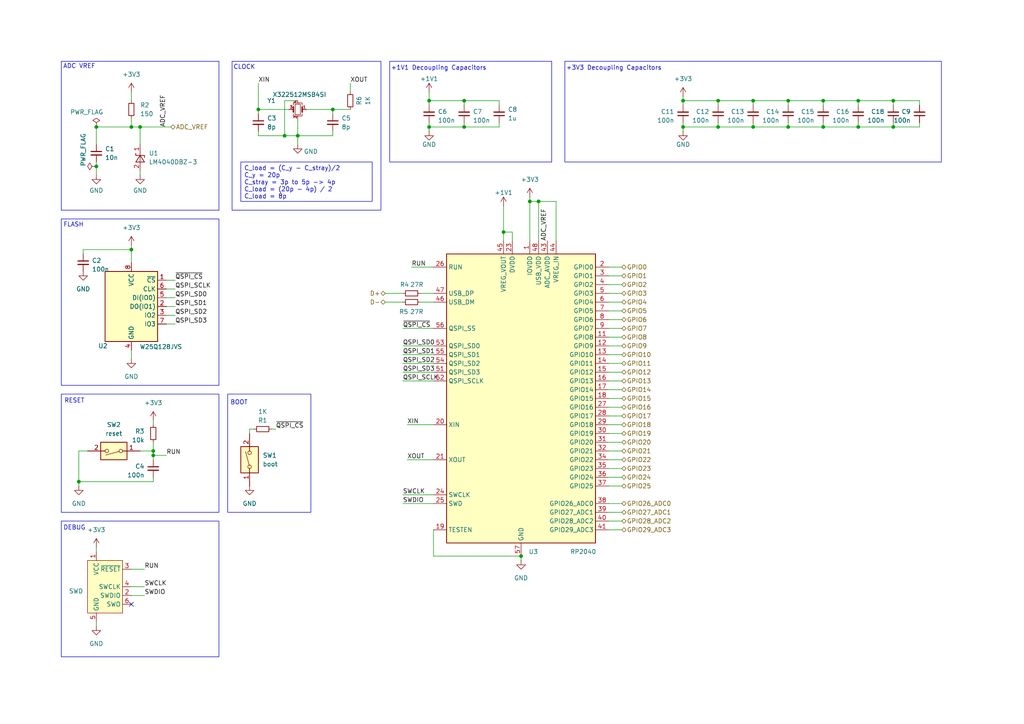
<source format=kicad_sch>
(kicad_sch (version 20241004) (generator "eeschema") (generator_version "8.99")
  (paper "A4")
  (title_block (title "Minimal RP2040") (date "2024-08-04") (rev "0.1"))
  (lib_symbols
    (symbol "Connector:Conn_ARM_SWD_TagConnect_TC2030-NL" (in_bom no)
      (property "Reference" "J" (at 2.54 11.43 0))
      (property "Value" "Conn_ARM_SWD_TagConnect_TC2030-NL" (at 2.54 8.89 0))
      (symbol "Conn_ARM_SWD_TagConnect_TC2030-NL_0_0"
        (pin power_in line (at -2.54 10.16 270) (length 2.54) (name "VCC") (number "1"))
        (pin power_in line (at -2.54 -10.16 90) (length 2.54) (name "GND") (number "5"))
        (pin open_collector line (at 7.62 5.08 180) (length 2.54) (name "~{RESET}") (number "3"))
        (pin output line (at 7.62 0 180) (length 2.54) (name "SWCLK") (number "4"))
        (pin bidirectional line (at 7.62 -2.54 180) (length 2.54) (name "SWDIO") (number "2"))
        (pin input line (at 7.62 -5.08 180) (length 2.54) (name "SWO") (number "6"))
      )
      (symbol "Conn_ARM_SWD_TagConnect_TC2030-NL_0_1"
        (rectangle (start -5.08 7.62) (end 5.08 -7.62) (fill (type background)))
      )
    )
    (symbol "Device:C_Small" (pin_numbers (hide yes)) (pin_names (offset 0.254) (hide yes))
      (property "Reference" "C" (at 0.254 1.778 0))
      (property "Value" "C_Small" (at 0.254 -2.032 0))
      (symbol "C_Small_0_1"
        (polyline (pts (xy -1.524 0.508) (xy 1.524 0.508)) (stroke (width 0.3048)))
        (polyline (pts (xy -1.524 -0.508) (xy 1.524 -0.508)) (stroke (width 0.3302)))
      )
      (symbol "C_Small_1_1"
        (pin passive line (at 0 2.54 270) (length 2.032) (name "~") (number "1"))
        (pin passive line (at 0 -2.54 90) (length 2.032) (name "~") (number "2"))
      )
    )
    (symbol "Device:Crystal_GND24_Small" (pin_names (offset 1.016) (hide yes))
      (property "Reference" "Y" (at 1.27 4.445 0))
      (property "Value" "Crystal_GND24_Small" (at 1.27 2.54 0))
      (symbol "Crystal_GND24_Small_0_1"
        (polyline (pts (xy -1.27 1.27) (xy -1.27 1.905) (xy 1.27 1.905) (xy 1.27 1.27)))
        (polyline (pts (xy -1.27 -0.762) (xy -1.27 0.762)) (stroke (width 0.381)))
        (polyline (pts (xy -1.27 -1.27) (xy -1.27 -1.905) (xy 1.27 -1.905) (xy 1.27 -1.27)))
        (rectangle (start -0.762 -1.524) (end 0.762 1.524))
        (polyline (pts (xy 1.27 -0.762) (xy 1.27 0.762)) (stroke (width 0.381)))
      )
      (symbol "Crystal_GND24_Small_1_1"
        (pin passive line (at -2.54 0 0) (length 1.27) (name "1") (number "1"))
        (pin passive line (at 0 2.54 270) (length 0.635) (name "4") (number "4"))
        (pin passive line (at 0 -2.54 90) (length 0.635) (name "2") (number "2"))
        (pin passive line (at 2.54 0 180) (length 1.27) (name "3") (number "3"))
      )
    )
    (symbol "Device:R_Small" (pin_numbers (hide yes)) (pin_names (offset 0.254) (hide yes))
      (property "Reference" "R" (at 0.762 0.508 0))
      (property "Value" "R_Small" (at 0.762 -1.016 0))
      (symbol "R_Small_0_1"
        (rectangle (start -0.762 1.778) (end 0.762 -1.778) (stroke (width 0.2032)))
      )
      (symbol "R_Small_1_1"
        (pin passive line (at 0 2.54 270) (length 0.762) (name "~") (number "1"))
        (pin passive line (at 0 -2.54 90) (length 0.762) (name "~") (number "2"))
      )
    )
    (symbol "MCU_RaspberryPi:RP2040"
      (property "Reference" "U" (at 17.78 45.72 0))
      (property "Value" "RP2040" (at 17.78 43.18 0))
      (symbol "RP2040_0_1"
        (rectangle (start -21.59 41.91) (end 21.59 -41.91) (stroke (width 0.254)) (fill (type background)))
      )
      (symbol "RP2040_1_1"
        (pin input line (at -25.4 38.1 0) (length 3.81) (name "RUN") (number "26"))
        (pin bidirectional line (at -25.4 30.48 0) (length 3.81) (name "USB_DP") (number "47"))
        (pin bidirectional line (at -25.4 27.94 0) (length 3.81) (name "USB_DM") (number "46"))
        (pin bidirectional line (at -25.4 20.32 0) (length 3.81) (name "QSPI_SS") (number "56"))
        (pin bidirectional line (at -25.4 15.24 0) (length 3.81) (name "QSPI_SD0") (number "53"))
        (pin bidirectional line (at -25.4 12.7 0) (length 3.81) (name "QSPI_SD1") (number "55"))
        (pin bidirectional line (at -25.4 10.16 0) (length 3.81) (name "QSPI_SD2") (number "54"))
        (pin bidirectional line (at -25.4 7.62 0) (length 3.81) (name "QSPI_SD3") (number "51"))
        (pin output line (at -25.4 5.08 0) (length 3.81) (name "QSPI_SCLK") (number "52"))
        (pin input line (at -25.4 -7.62 0) (length 3.81) (name "XIN") (number "20"))
        (pin passive line (at -25.4 -17.78 0) (length 3.81) (name "XOUT") (number "21"))
        (pin input line (at -25.4 -27.94 0) (length 3.81) (name "SWCLK") (number "24"))
        (pin bidirectional line (at -25.4 -30.48 0) (length 3.81) (name "SWD") (number "25"))
        (pin input line (at -25.4 -38.1 0) (length 3.81) (name "TESTEN") (number "19"))
        (pin power_out line (at -5.08 45.72 270) (length 3.81) (name "VREG_VOUT") (number "45"))
        (pin power_in line (at -2.54 45.72 270) (length 3.81) (name "DVDD") (number "23"))
        (pin passive line (at -2.54 45.72 270) (length 3.81) (hide yes) (name "DVDD") (number "50"))
        (pin power_in line (at 0 -45.72 90) (length 3.81) (name "GND") (number "57"))
        (pin power_in line (at 2.54 45.72 270) (length 3.81) (name "IOVDD") (number "1"))
        (pin passive line (at 2.54 45.72 270) (length 3.81) (hide yes) (name "IOVDD") (number "10"))
        (pin passive line (at 2.54 45.72 270) (length 3.81) (hide yes) (name "IOVDD") (number "22"))
        (pin passive line (at 2.54 45.72 270) (length 3.81) (hide yes) (name "IOVDD") (number "33"))
        (pin passive line (at 2.54 45.72 270) (length 3.81) (hide yes) (name "IOVDD") (number "42"))
        (pin passive line (at 2.54 45.72 270) (length 3.81) (hide yes) (name "IOVDD") (number "49"))
        (pin power_in line (at 5.08 45.72 270) (length 3.81) (name "USB_VDD") (number "48"))
        (pin power_in line (at 7.62 45.72 270) (length 3.81) (name "ADC_AVDD") (number "43"))
        (pin power_in line (at 10.16 45.72 270) (length 3.81) (name "VREG_IN") (number "44"))
        (pin bidirectional line (at 25.4 38.1 180) (length 3.81) (name "GPIO0") (number "2"))
        (pin bidirectional line (at 25.4 35.56 180) (length 3.81) (name "GPIO1") (number "3"))
        (pin bidirectional line (at 25.4 33.02 180) (length 3.81) (name "GPIO2") (number "4"))
        (pin bidirectional line (at 25.4 30.48 180) (length 3.81) (name "GPIO3") (number "5"))
        (pin bidirectional line (at 25.4 27.94 180) (length 3.81) (name "GPIO4") (number "6"))
        (pin bidirectional line (at 25.4 25.4 180) (length 3.81) (name "GPIO5") (number "7"))
        (pin bidirectional line (at 25.4 22.86 180) (length 3.81) (name "GPIO6") (number "8"))
        (pin bidirectional line (at 25.4 20.32 180) (length 3.81) (name "GPIO7") (number "9"))
        (pin bidirectional line (at 25.4 17.78 180) (length 3.81) (name "GPIO8") (number "11"))
        (pin bidirectional line (at 25.4 15.24 180) (length 3.81) (name "GPIO9") (number "12"))
        (pin bidirectional line (at 25.4 12.7 180) (length 3.81) (name "GPIO10") (number "13"))
        (pin bidirectional line (at 25.4 10.16 180) (length 3.81) (name "GPIO11") (number "14"))
        (pin bidirectional line (at 25.4 7.62 180) (length 3.81) (name "GPIO12") (number "15"))
        (pin bidirectional line (at 25.4 5.08 180) (length 3.81) (name "GPIO13") (number "16"))
        (pin bidirectional line (at 25.4 2.54 180) (length 3.81) (name "GPIO14") (number "17"))
        (pin bidirectional line (at 25.4 0 180) (length 3.81) (name "GPIO15") (number "18"))
        (pin bidirectional line (at 25.4 -2.54 180) (length 3.81) (name "GPIO16") (number "27"))
        (pin bidirectional line (at 25.4 -5.08 180) (length 3.81) (name "GPIO17") (number "28"))
        (pin bidirectional line (at 25.4 -7.62 180) (length 3.81) (name "GPIO18") (number "29"))
        (pin bidirectional line (at 25.4 -10.16 180) (length 3.81) (name "GPIO19") (number "30"))
        (pin bidirectional line (at 25.4 -12.7 180) (length 3.81) (name "GPIO20") (number "31"))
        (pin bidirectional line (at 25.4 -15.24 180) (length 3.81) (name "GPIO21") (number "32"))
        (pin bidirectional line (at 25.4 -17.78 180) (length 3.81) (name "GPIO22") (number "34"))
        (pin bidirectional line (at 25.4 -20.32 180) (length 3.81) (name "GPIO23") (number "35"))
        (pin bidirectional line (at 25.4 -22.86 180) (length 3.81) (name "GPIO24") (number "36"))
        (pin bidirectional line (at 25.4 -25.4 180) (length 3.81) (name "GPIO25") (number "37"))
        (pin bidirectional line (at 25.4 -30.48 180) (length 3.81) (name "GPIO26_ADC0") (number "38"))
        (pin bidirectional line (at 25.4 -33.02 180) (length 3.81) (name "GPIO27_ADC1") (number "39"))
        (pin bidirectional line (at 25.4 -35.56 180) (length 3.81) (name "GPIO28_ADC2") (number "40"))
        (pin bidirectional line (at 25.4 -38.1 180) (length 3.81) (name "GPIO29_ADC3") (number "41"))
      )
    )
    (symbol "Memory_Flash:W25Q128JVS"
      (property "Reference" "U" (at -6.35 11.43 0))
      (property "Value" "W25Q128JVS" (at 7.62 11.43 0))
      (symbol "W25Q128JVS_0_1"
        (rectangle (start -7.62 10.16) (end 7.62 -10.16) (stroke (width 0.254)) (fill (type background)))
      )
      (symbol "W25Q128JVS_1_1"
        (pin input line (at -10.16 7.62 0) (length 2.54) (name "~{CS}") (number "1"))
        (pin input line (at -10.16 5.08 0) (length 2.54) (name "CLK") (number "6"))
        (pin bidirectional line (at -10.16 2.54 0) (length 2.54) (name "DI(IO0)") (number "5"))
        (pin bidirectional line (at -10.16 0 0) (length 2.54) (name "DO(IO1)") (number "2"))
        (pin bidirectional line (at -10.16 -2.54 0) (length 2.54) (name "IO2") (number "3"))
        (pin bidirectional line (at -10.16 -5.08 0) (length 2.54) (name "IO3") (number "7"))
        (pin power_in line (at 0 12.7 270) (length 2.54) (name "VCC") (number "8"))
        (pin power_in line (at 0 -12.7 90) (length 2.54) (name "GND") (number "4"))
      )
    )
    (symbol "Reference_Voltage:LM4040DBZ-3" (pin_names (offset 0.0254) (hide yes))
      (property "Reference" "U" (at 0 2.54 0))
      (property "Value" "LM4040DBZ-3" (at 0 -3.175 0))
      (symbol "LM4040DBZ-3_0_1"
        (polyline (pts (xy -1.27 0) (xy 0 0) (xy 1.27 0)))
        (polyline (pts (xy -1.27 -1.27) (xy 0.635 0) (xy -1.27 1.27) (xy -1.27 -1.27)) (stroke (width 0.2032)))
        (polyline (pts (xy 0 -1.27) (xy 0.635 -1.27) (xy 0.635 1.27) (xy 1.27 1.27)) (stroke (width 0.2032)))
      )
      (symbol "LM4040DBZ-3_1_1"
        (pin passive line (at -3.81 0 0) (length 2.54) (name "A") (number "2"))
        (pin no_connect line (at -1.27 0 0) (length 2.54) (hide yes) (name "NC") (number "3"))
        (pin passive line (at 3.81 0 180) (length 2.54) (name "K") (number "1"))
      )
    )
    (symbol "Switch:SW_DIP_x01" (pin_names (offset 0) (hide yes))
      (property "Reference" "SW" (at 0 3.81 0))
      (property "Value" "SW_DIP_x01" (at 0 -3.81 0))
      (symbol "SW_DIP_x01_0_0"
        (circle (center -2.032 0) (radius 0.508))
        (polyline (pts (xy -1.524 0.127) (xy 2.3622 1.1684)))
        (circle (center 2.032 0) (radius 0.508))
      )
      (symbol "SW_DIP_x01_0_1"
        (rectangle (start -3.81 2.54) (end 3.81 -2.54) (stroke (width 0.254)) (fill (type background)))
      )
      (symbol "SW_DIP_x01_1_1"
        (pin passive line (at -7.62 0 0) (length 5.08) (name "~") (number "1"))
        (pin passive line (at 7.62 0 180) (length 5.08) (name "~") (number "2"))
      )
    )
    (symbol "power:+1V1" (power) (pin_numbers (hide yes)) (pin_names (offset 0) (hide yes))
      (property "Value" "+1V1" (at 0 3.556 0))
      (symbol "+1V1_0_1"
        (polyline (pts (xy -0.762 1.27) (xy 0 2.54)))
        (polyline (pts (xy 0 2.54) (xy 0.762 1.27)))
        (polyline (pts (xy 0 0) (xy 0 2.54)))
      )
      (symbol "+1V1_1_1"
        (pin power_in line (at 0 0 90) (length 0) (name "~") (number "1"))
      )
    )
    (symbol "power:+3V3" (power) (pin_numbers (hide yes)) (pin_names (offset 0) (hide yes))
      (property "Value" "+3V3" (at 0 3.556 0))
      (symbol "+3V3_0_1"
        (polyline (pts (xy -0.762 1.27) (xy 0 2.54)))
        (polyline (pts (xy 0 2.54) (xy 0.762 1.27)))
        (polyline (pts (xy 0 0) (xy 0 2.54)))
      )
      (symbol "+3V3_1_1"
        (pin power_in line (at 0 0 90) (length 0) (name "~") (number "1"))
      )
    )
    (symbol "power:GND" (power) (pin_numbers (hide yes)) (pin_names (offset 0) (hide yes))
      (property "Value" "GND" (at 0 -3.81 0))
      (symbol "GND_0_1"
        (polyline (pts (xy 0 0) (xy 0 -1.27) (xy 1.27 -1.27) (xy 0 -2.54) (xy -1.27 -1.27) (xy 0 -1.27)))
      )
      (symbol "GND_1_1"
        (pin power_in line (at 0 0 270) (length 0) (name "~") (number "1"))
      )
    )
    (symbol "power:PWR_FLAG" (power) (pin_numbers (hide yes)) (pin_names (offset 0) (hide yes))
      (property "Value" "PWR_FLAG" (at 0 3.81 0))
      (symbol "PWR_FLAG_0_0"
        (pin power_out line (at 0 0 90) (length 0) (name "~") (number "1"))
      )
      (symbol "PWR_FLAG_0_1"
        (polyline (pts (xy 0 0) (xy 0 1.27) (xy -1.016 1.905) (xy 0 2.54) (xy 1.016 1.905) (xy 0 1.27)))
      )
    )
  )
  (rectangle (start 113.03 17.78) (end 160.02 46.99))
  (rectangle (start 67.31 17.78) (end 110.49 60.96))
  (rectangle (start 66.04 114.3) (end 90.17 148.59))
  (rectangle (start 163.83 17.78) (end 273.05 46.99))
  (rectangle (start 17.78 151.13) (end 63.5 190.5))
  (rectangle (start 17.78 63.5) (end 63.5 111.76))
  (rectangle (start 17.78 114.3) (end 63.5 148.59))
  (text "FLASH" (at 21.336 65.278 0) (effects (font (size 1.27 1.27))))
  (text "DEBUG" (at 21.59 153.162 0) (effects (font (size 1.27 1.27))))
  (text "BOOT" (at 69.342 116.84 0) (effects (font (size 1.27 1.27))))
  (text "RESET" (at 21.59 116.332 0) (effects (font (size 1.27 1.27))))
  (text "CLOCK" (at 70.866 19.558 0) (effects (font (size 1.27 1.27))))
  (text "+3V3 Decoupling Capacitors" (at 178.054 19.812 0) (effects (font (size 1.27 1.27))))
  (text "ADC VREF" (at 18.288 20.066 0) (effects (font (size 1.27 1.27)) (justify left bottom)))
  (text " " (at 6.35 5.08 0) (effects (font (size 1.27 1.27))))
  (text "+1V1 Decoupling Capacitors" (at 127.254 19.812 0) (effects (font (size 1.27 1.27))))
  (text_box "C_load = (C_y - C_stray)/2\nC_y = 20p\nC_stray = 3p to 5p -> 4p\nC_load = (20p - 4p) / 2\nC_load = 8p" (at 69.85 46.99 0) (size 38.1 11.43) (margins 0.9525 0.9525 0.9525 0.9525) (effects (font (size 1.27 1.27)) (justify left top)))
  (junction (at 151.13 161.29))
  (junction (at 208.28 36.83))
  (junction (at 40.64 36.83))
  (junction (at 248.92 36.83))
  (junction (at 38.1 36.83))
  (junction (at 44.45 132.08))
  (junction (at 228.6 36.83))
  (junction (at 86.36 39.37))
  (junction (at 153.67 58.42))
  (junction (at 218.44 36.83))
  (junction (at 238.76 29.21))
  (junction (at 38.1 72.39))
  (junction (at 27.94 36.83))
  (junction (at 198.12 29.21))
  (junction (at 156.21 58.42))
  (junction (at 27.94 48.26))
  (junction (at 146.05 67.31))
  (junction (at 259.08 36.83))
  (junction (at 74.93 31.75))
  (junction (at 259.08 29.21))
  (junction (at 124.46 36.83))
  (junction (at 44.45 130.81))
  (junction (at 218.44 29.21))
  (junction (at 198.12 36.83))
  (junction (at 134.62 36.83))
  (junction (at 82.55 39.37))
  (junction (at 238.76 36.83))
  (junction (at 248.92 29.21))
  (junction (at 22.86 139.7))
  (junction (at 208.28 29.21))
  (junction (at 134.62 29.21))
  (junction (at 228.6 29.21))
  (junction (at 124.46 29.21))
  (junction (at 96.52 31.75))
  (no_connect (at 38.1 175.26))
  (wire (pts (xy 72.39 124.46) (xy 73.66 124.46)))
  (wire (pts (xy 48.26 132.08) (xy 44.45 132.08)))
  (wire (pts (xy 176.53 95.25) (xy 180.34 95.25)))
  (wire (pts (xy 38.1 170.18) (xy 41.91 170.18)))
  (wire (pts (xy 266.7 30.48) (xy 266.7 29.21)))
  (wire (pts (xy 118.11 123.19) (xy 125.73 123.19)))
  (wire (pts (xy 176.53 148.59) (xy 180.34 148.59)))
  (wire (pts (xy 134.62 29.21) (xy 134.62 30.48)))
  (wire (pts (xy 111.76 85.09) (xy 116.84 85.09)))
  (wire (pts (xy 146.05 59.69) (xy 146.05 67.31)))
  (wire (pts (xy 48.26 91.44) (xy 50.8 91.44)))
  (wire (pts (xy 208.28 29.21) (xy 208.28 30.48)))
  (wire (pts (xy 48.26 83.82) (xy 50.8 83.82)))
  (wire (pts (xy 72.39 124.46) (xy 72.39 125.73)))
  (wire (pts (xy 116.84 95.25) (xy 125.73 95.25)))
  (wire (pts (xy 134.62 29.21) (xy 144.78 29.21)))
  (polyline (pts (xy 63.5 17.78) (xy 17.78 17.78)))
  (polyline (pts (xy 17.78 17.78) (xy 17.78 60.96)))
  (wire (pts (xy 116.84 110.49) (xy 125.73 110.49)))
  (wire (pts (xy 218.44 36.83) (xy 228.6 36.83)))
  (wire (pts (xy 238.76 36.83) (xy 248.92 36.83)))
  (wire (pts (xy 101.6 31.75) (xy 96.52 31.75)))
  (wire (pts (xy 176.53 107.95) (xy 180.34 107.95)))
  (wire (pts (xy 22.86 130.81) (xy 22.86 139.7)))
  (wire (pts (xy 176.53 82.55) (xy 180.34 82.55)))
  (wire (pts (xy 86.36 39.37) (xy 86.36 41.91)))
  (wire (pts (xy 27.94 46.99) (xy 27.94 48.26)))
  (wire (pts (xy 27.94 41.91) (xy 27.94 36.83)))
  (wire (pts (xy 266.7 29.21) (xy 259.08 29.21)))
  (wire (pts (xy 176.53 123.19) (xy 180.34 123.19)))
  (wire (pts (xy 198.12 29.21) (xy 198.12 30.48)))
  (wire (pts (xy 83.82 31.75) (xy 74.93 31.75)))
  (wire (pts (xy 38.1 26.67) (xy 38.1 29.21)))
  (wire (pts (xy 176.53 128.27) (xy 180.34 128.27)))
  (wire (pts (xy 116.84 100.33) (xy 125.73 100.33)))
  (wire (pts (xy 151.13 162.56) (xy 151.13 161.29)))
  (wire (pts (xy 176.53 125.73) (xy 180.34 125.73)))
  (wire (pts (xy 124.46 29.21) (xy 134.62 29.21)))
  (wire (pts (xy 208.28 36.83) (xy 208.28 35.56)))
  (wire (pts (xy 176.53 77.47) (xy 180.34 77.47)))
  (polyline (pts (xy 63.5 60.96) (xy 63.5 17.78)))
  (wire (pts (xy 125.73 161.29) (xy 151.13 161.29)))
  (wire (pts (xy 176.53 85.09) (xy 180.34 85.09)))
  (wire (pts (xy 74.93 39.37) (xy 74.93 38.1)))
  (wire (pts (xy 228.6 36.83) (xy 228.6 35.56)))
  (wire (pts (xy 96.52 33.02) (xy 96.52 31.75)))
  (wire (pts (xy 176.53 102.87) (xy 180.34 102.87)))
  (wire (pts (xy 116.84 146.05) (xy 125.73 146.05)))
  (wire (pts (xy 48.26 81.28) (xy 50.8 81.28)))
  (wire (pts (xy 176.53 115.57) (xy 180.34 115.57)))
  (wire (pts (xy 176.53 113.03) (xy 180.34 113.03)))
  (wire (pts (xy 22.86 139.7) (xy 22.86 140.97)))
  (wire (pts (xy 44.45 139.7) (xy 22.86 139.7)))
  (wire (pts (xy 176.53 87.63) (xy 180.34 87.63)))
  (wire (pts (xy 248.92 29.21) (xy 238.76 29.21)))
  (wire (pts (xy 96.52 31.75) (xy 88.9 31.75)))
  (wire (pts (xy 218.44 29.21) (xy 208.28 29.21)))
  (wire (pts (xy 116.84 105.41) (xy 125.73 105.41)))
  (wire (pts (xy 111.76 87.63) (xy 116.84 87.63)))
  (wire (pts (xy 38.1 72.39) (xy 38.1 76.2)))
  (wire (pts (xy 153.67 57.15) (xy 153.67 58.42)))
  (wire (pts (xy 134.62 36.83) (xy 134.62 35.56)))
  (wire (pts (xy 27.94 158.75) (xy 27.94 160.02)))
  (wire (pts (xy 176.53 130.81) (xy 180.34 130.81)))
  (wire (pts (xy 134.62 36.83) (xy 144.78 36.83)))
  (wire (pts (xy 248.92 29.21) (xy 259.08 29.21)))
  (wire (pts (xy 238.76 29.21) (xy 238.76 30.48)))
  (wire (pts (xy 144.78 29.21) (xy 144.78 30.48)))
  (wire (pts (xy 176.53 138.43) (xy 180.34 138.43)))
  (wire (pts (xy 82.55 39.37) (xy 74.93 39.37)))
  (wire (pts (xy 124.46 36.83) (xy 124.46 35.56)))
  (wire (pts (xy 176.53 105.41) (xy 180.34 105.41)))
  (wire (pts (xy 44.45 132.08) (xy 44.45 133.35)))
  (wire (pts (xy 116.84 143.51) (xy 125.73 143.51)))
  (wire (pts (xy 198.12 36.83) (xy 198.12 38.1)))
  (wire (pts (xy 176.53 90.17) (xy 180.34 90.17)))
  (wire (pts (xy 259.08 36.83) (xy 266.7 36.83)))
  (wire (pts (xy 259.08 36.83) (xy 248.92 36.83)))
  (wire (pts (xy 96.52 39.37) (xy 86.36 39.37)))
  (wire (pts (xy 198.12 29.21) (xy 208.28 29.21)))
  (wire (pts (xy 44.45 121.92) (xy 44.45 123.19)))
  (wire (pts (xy 96.52 38.1) (xy 96.52 39.37)))
  (wire (pts (xy 144.78 36.83) (xy 144.78 35.56)))
  (wire (pts (xy 24.13 72.39) (xy 24.13 73.66)))
  (wire (pts (xy 238.76 36.83) (xy 228.6 36.83)))
  (wire (pts (xy 24.13 72.39) (xy 38.1 72.39)))
  (wire (pts (xy 121.92 85.09) (xy 125.73 85.09)))
  (wire (pts (xy 38.1 165.1) (xy 41.91 165.1)))
  (wire (pts (xy 218.44 29.21) (xy 228.6 29.21)))
  (wire (pts (xy 44.45 128.27) (xy 44.45 130.81)))
  (wire (pts (xy 44.45 138.43) (xy 44.45 139.7)))
  (wire (pts (xy 176.53 118.11) (xy 180.34 118.11)))
  (wire (pts (xy 124.46 36.83) (xy 134.62 36.83)))
  (wire (pts (xy 218.44 36.83) (xy 218.44 35.56)))
  (wire (pts (xy 198.12 36.83) (xy 198.12 35.56)))
  (wire (pts (xy 146.05 67.31) (xy 146.05 69.85)))
  (wire (pts (xy 218.44 29.21) (xy 218.44 30.48)))
  (wire (pts (xy 116.84 102.87) (xy 125.73 102.87)))
  (wire (pts (xy 38.1 101.6) (xy 38.1 104.14)))
  (wire (pts (xy 176.53 153.67) (xy 180.34 153.67)))
  (wire (pts (xy 124.46 29.21) (xy 124.46 30.48)))
  (polyline (pts (xy 17.78 60.96) (xy 63.5 60.96)))
  (wire (pts (xy 176.53 133.35) (xy 180.34 133.35)))
  (wire (pts (xy 22.86 130.81) (xy 25.4 130.81)))
  (wire (pts (xy 48.26 93.98) (xy 50.8 93.98)))
  (wire (pts (xy 101.6 24.13) (xy 101.6 26.67)))
  (wire (pts (xy 259.08 36.83) (xy 259.08 35.56)))
  (wire (pts (xy 218.44 36.83) (xy 208.28 36.83)))
  (wire (pts (xy 176.53 140.97) (xy 180.34 140.97)))
  (wire (pts (xy 27.94 36.83) (xy 38.1 36.83)))
  (wire (pts (xy 176.53 146.05) (xy 180.34 146.05)))
  (wire (pts (xy 228.6 29.21) (xy 228.6 30.48)))
  (wire (pts (xy 86.36 34.29) (xy 86.36 39.37)))
  (wire (pts (xy 198.12 27.94) (xy 198.12 29.21)))
  (wire (pts (xy 38.1 36.83) (xy 40.64 36.83)))
  (wire (pts (xy 44.45 130.81) (xy 44.45 132.08)))
  (wire (pts (xy 38.1 172.72) (xy 41.91 172.72)))
  (wire (pts (xy 78.74 124.46) (xy 80.01 124.46)))
  (wire (pts (xy 38.1 71.12) (xy 38.1 72.39)))
  (wire (pts (xy 119.38 77.47) (xy 125.73 77.47)))
  (wire (pts (xy 40.64 36.83) (xy 40.64 41.91)))
  (wire (pts (xy 176.53 110.49) (xy 180.34 110.49)))
  (wire (pts (xy 153.67 58.42) (xy 153.67 69.85)))
  (wire (pts (xy 27.94 48.26) (xy 27.94 50.8)))
  (wire (pts (xy 86.36 39.37) (xy 82.55 39.37)))
  (wire (pts (xy 259.08 29.21) (xy 259.08 30.48)))
  (wire (pts (xy 82.55 29.21) (xy 82.55 39.37)))
  (wire (pts (xy 48.26 86.36) (xy 50.8 86.36)))
  (wire (pts (xy 148.59 69.85) (xy 148.59 67.31)))
  (wire (pts (xy 27.94 180.34) (xy 27.94 181.61)))
  (wire (pts (xy 116.84 107.95) (xy 125.73 107.95)))
  (wire (pts (xy 156.21 58.42) (xy 161.29 58.42)))
  (wire (pts (xy 198.12 36.83) (xy 208.28 36.83)))
  (wire (pts (xy 156.21 58.42) (xy 153.67 58.42)))
  (wire (pts (xy 176.53 92.71) (xy 180.34 92.71)))
  (wire (pts (xy 38.1 34.29) (xy 38.1 36.83)))
  (wire (pts (xy 125.73 153.67) (xy 125.73 161.29)))
  (wire (pts (xy 86.36 29.21) (xy 82.55 29.21)))
  (wire (pts (xy 238.76 36.83) (xy 238.76 35.56)))
  (wire (pts (xy 248.92 36.83) (xy 248.92 35.56)))
  (wire (pts (xy 156.21 58.42) (xy 156.21 69.85)))
  (wire (pts (xy 266.7 35.56) (xy 266.7 36.83)))
  (wire (pts (xy 40.64 36.83) (xy 49.53 36.83)))
  (wire (pts (xy 121.92 87.63) (xy 125.73 87.63)))
  (wire (pts (xy 176.53 97.79) (xy 180.34 97.79)))
  (wire (pts (xy 176.53 135.89) (xy 180.34 135.89)))
  (wire (pts (xy 40.64 130.81) (xy 44.45 130.81)))
  (wire (pts (xy 176.53 80.01) (xy 180.34 80.01)))
  (wire (pts (xy 176.53 120.65) (xy 180.34 120.65)))
  (wire (pts (xy 74.93 24.13) (xy 74.93 31.75)))
  (wire (pts (xy 238.76 29.21) (xy 228.6 29.21)))
  (wire (pts (xy 148.59 67.31) (xy 146.05 67.31)))
  (wire (pts (xy 124.46 38.1) (xy 124.46 36.83)))
  (wire (pts (xy 74.93 33.02) (xy 74.93 31.75)))
  (wire (pts (xy 176.53 100.33) (xy 180.34 100.33)))
  (wire (pts (xy 176.53 151.13) (xy 180.34 151.13)))
  (wire (pts (xy 125.73 133.35) (xy 118.11 133.35)))
  (wire (pts (xy 40.64 49.53) (xy 40.64 50.8)))
  (wire (pts (xy 48.26 88.9) (xy 50.8 88.9)))
  (wire (pts (xy 161.29 58.42) (xy 161.29 69.85)))
  (wire (pts (xy 124.46 26.67) (xy 124.46 29.21)))
  (wire (pts (xy 248.92 29.21) (xy 248.92 30.48)))
  (label "QSPI_SD1" (at 116.84 102.87 0))
  (label "~{QSPI_CS}" (at 116.84 95.25 0))
  (label "QSPI_SD3" (at 116.84 107.95 0))
  (label "QSPI_SCLK" (at 50.8 83.82 0))
  (label "QSPI_SD2" (at 50.8 91.44 0))
  (label "RUN" (at 48.26 132.08 0))
  (label "SWDIO" (at 41.91 172.72 0))
  (label "SWCLK" (at 41.91 170.18 0))
  (label "ADC_VREF" (at 48.26 36.83 90))
  (label "SWCLK" (at 116.84 143.51 0))
  (label "~{QSPI_CS}" (at 80.01 124.46 0))
  (label "ADC_VREF" (at 158.75 69.85 90))
  (label "QSPI_SD2" (at 116.84 105.41 0))
  (label "SWDIO" (at 116.84 146.05 0))
  (label "RUN" (at 41.91 165.1 0))
  (label "XOUT" (at 101.6 24.13 0))
  (label "XIN" (at 74.93 24.13 0))
  (label "QSPI_SD0" (at 116.84 100.33 0))
  (label "QSPI_SD0" (at 50.8 86.36 0))
  (label "QSPI_SD3" (at 50.8 93.98 0))
  (label "RUN" (at 119.38 77.47 0))
  (label "~{QSPI_CS}" (at 50.8 81.28 0))
  (label "QSPI_SD1" (at 50.8 88.9 0))
  (label "XOUT" (at 118.11 133.35 0))
  (label "QSPI_SCLK" (at 116.84 110.49 0))
  (label "XIN" (at 118.11 123.19 0))
  (hierarchical_label "GPIO13" (shape bidirectional) (at 180.34 110.49 0))
  (hierarchical_label "GPIO23" (shape bidirectional) (at 180.34 135.89 0))
  (hierarchical_label "GPIO2" (shape bidirectional) (at 180.34 82.55 0))
  (hierarchical_label "GPIO19" (shape bidirectional) (at 180.34 125.73 0))
  (hierarchical_label "GPIO29_ADC3" (shape bidirectional) (at 180.34 153.67 0))
  (hierarchical_label "GPIO14" (shape bidirectional) (at 180.34 113.03 0))
  (hierarchical_label "D+" (shape bidirectional) (at 111.76 85.09 180))
  (hierarchical_label "GPIO20" (shape bidirectional) (at 180.34 128.27 0))
  (hierarchical_label "GPIO11" (shape bidirectional) (at 180.34 105.41 0))
  (hierarchical_label "GPIO15" (shape bidirectional) (at 180.34 115.57 0))
  (hierarchical_label "D-" (shape bidirectional) (at 111.76 87.63 180))
  (hierarchical_label "GPIO28_ADC2" (shape bidirectional) (at 180.34 151.13 0))
  (hierarchical_label "GPIO21" (shape bidirectional) (at 180.34 130.81 0))
  (hierarchical_label "GPIO22" (shape bidirectional) (at 180.34 133.35 0))
  (hierarchical_label "GPIO7" (shape bidirectional) (at 180.34 95.25 0))
  (hierarchical_label "GPIO1" (shape bidirectional) (at 180.34 80.01 0))
  (hierarchical_label "GPIO12" (shape bidirectional) (at 180.34 107.95 0))
  (hierarchical_label "GPIO27_ADC1" (shape bidirectional) (at 180.34 148.59 0))
  (hierarchical_label "GPIO3" (shape bidirectional) (at 180.34 85.09 0))
  (hierarchical_label "ADC_VREF" (shape bidirectional) (at 49.53 36.83 0))
  (hierarchical_label "GPIO5" (shape bidirectional) (at 180.34 90.17 0))
  (hierarchical_label "GPIO18" (shape bidirectional) (at 180.34 123.19 0))
  (hierarchical_label "GPIO16" (shape bidirectional) (at 180.34 118.11 0))
  (hierarchical_label "GPIO25" (shape bidirectional) (at 180.34 140.97 0))
  (hierarchical_label "GPIO6" (shape bidirectional) (at 180.34 92.71 0))
  (hierarchical_label "GPIO8" (shape bidirectional) (at 180.34 97.79 0))
  (hierarchical_label "GPIO24" (shape bidirectional) (at 180.34 138.43 0))
  (hierarchical_label "GPIO10" (shape bidirectional) (at 180.34 102.87 0))
  (hierarchical_label "GPIO9" (shape bidirectional) (at 180.34 100.33 0))
  (hierarchical_label "GPIO0" (shape bidirectional) (at 180.34 77.47 0))
  (hierarchical_label "GPIO4" (shape bidirectional) (at 180.34 87.63 0))
  (hierarchical_label "GPIO26_ADC0" (shape bidirectional) (at 180.34 146.05 0))
  (hierarchical_label "GPIO17" (shape bidirectional) (at 180.34 120.65 0))
  (symbol (lib_id "Connector:Conn_ARM_SWD_TagConnect_TC2030-NL") (at 30.48 170.18 0) (unit 1) (in_bom no)
    (property "Reference" "J1" (effects (hide yes)))
    (property "Value" "SWD" (at 24.13 171.4499 0) (effects (justify right)))
    (property "Footprint" "Connector:Tag-Connect_TC2030-IDC-NL_2x03_P1.27mm_Vertical" (effects (hide yes)))
    (property "Datasheet" "https://www.tag-connect.com/wp-content/uploads/bsk-pdf-manager/TC2030-CTX_1.pdf" (effects (hide yes)))
    (property "Description" "Tag-Connect ARM Cortex SWD JTAG connector, 6 pin, no legs" (effects (hide yes)))
  )
  (symbol (lib_id "power:GND") (at 198.12 38.1 0) (mirror y) (unit 1)
    (property "Reference" "#PWR021" (effects (hide yes)))
    (property "Value" "GND" (at 198.12 41.91 0))
    (property "Description" "Power symbol creates a global label with name \"GND\" , ground" (effects (hide yes)))
  )
  (symbol (lib_id "Device:C_Small") (at 44.45 135.89 0) (mirror y) (unit 1)
    (property "Reference" "C4" (at 41.91 135.2613 0) (effects (justify left)))
    (property "Value" "100n" (at 41.91 137.8013 0) (effects (justify left)))
    (property "Footprint" "Capacitor_SMD:C_0402_1005Metric_Pad0.74x0.62mm_HandSolder" (effects (hide yes)))
    (property "Description" "Unpolarized capacitor, small symbol" (effects (hide yes)))
    (property "LCSC Part#" "C41851" (effects (hide yes)))
  )
  (symbol (lib_id "Memory_Flash:W25Q128JVS") (at 38.1 88.9 0) (mirror y) (unit 1)
    (property "Reference" "U2" (at 31.242 100.33 0) (effects (justify left)))
    (property "Value" "W25Q128JVS" (at 52.832 100.584 0) (effects (justify left)))
    (property "Footprint" "Package_SON:WSON-8-1EP_6x5mm_P1.27mm_EP3.4x4.3mm" (effects (hide yes)))
    (property "Datasheet" "https://www.winbond.com/resource-files/w25q128jv_dtr%20revc%2003272018%20plus.pdf" (effects (hide yes)))
    (property "Description" "128Mb Serial Flash Memory, Standard/Dual/Quad SPI, SOIC-8" (effects (hide yes)))
    (property "LCSC Part#" "C190862" (effects (hide yes)))
  )
  (symbol (lib_id "Device:C_Small") (at 96.52 35.56 0) (mirror y) (unit 1)
    (property "Reference" "C5" (at 99.06 34.2962 0) (effects (justify right)))
    (property "Value" "8p" (at 99.06 36.8362 0) (effects (justify right)))
    (property "Footprint" "Capacitor_SMD:C_0402_1005Metric_Pad0.74x0.62mm_HandSolder" (effects (hide yes)))
    (property "Description" "Unpolarized capacitor, small symbol" (effects (hide yes)))
    (property "LCSC Part#" "C130118" (effects (hide yes)))
  )
  (symbol (lib_id "power:GND") (at 86.36 41.91 0) (mirror y) (unit 1)
    (property "Reference" "#PWR012" (effects (hide yes)))
    (property "Value" "GND" (at 90.17 43.942 0))
    (property "Description" "Power symbol creates a global label with name \"GND\" , ground" (effects (hide yes)))
  )
  (symbol (lib_id "power:GND") (at 38.1 104.14 0) (unit 1)
    (property "Reference" "#PWR07" (effects (hide yes)))
    (property "Value" "GND" (at 38.1 109.22 0))
    (property "Description" "Power symbol creates a global label with name \"GND\" , ground" (effects (hide yes)))
  )
  (symbol (lib_id "Device:Crystal_GND24_Small") (at 86.36 31.75 0) (mirror y) (unit 1)
    (property "Reference" "Y1" (at 78.74 29.21 0))
    (property "Value" "X322512MSB4SI" (at 86.868 27.432 0))
    (property "Footprint" "Crystal:Crystal_SMD_3225-4Pin_3.2x2.5mm" (effects (hide yes)))
    (property "Datasheet" "https://www.lcsc.com/datasheet/lcsc_datasheet_2403291504_YXC-Crystal-Oscillators-X322512MSB4SI_C9002.pdf" (effects (hide yes)))
    (property "Description" "Four pin crystal, GND on pins 2 and 4, small symbol" (effects (hide yes)))
    (property "LCSC Part#" "C9002" (effects (hide yes)))
  )
  (symbol (lib_id "Device:C_Small") (at 27.94 44.45 0) (unit 1)
    (property "Reference" "C1" (at 30.48 43.1862 0) (effects (justify left)))
    (property "Value" "10n" (at 30.48 45.7262 0) (effects (justify left)))
    (property "Footprint" "Capacitor_SMD:C_0603_1608Metric_Pad1.08x0.95mm_HandSolder" (effects (hide yes)))
    (property "Description" "Unpolarized capacitor, small symbol" (effects (hide yes)))
    (property "LCSC" "C76599" (effects (hide yes)))
    (property "P/N" "C1608C0G1H103JT000N" (effects (hide yes)))
  )
  (symbol (lib_id "Device:C_Small") (at 124.46 33.02 180) (unit 1)
    (property "Reference" "C6" (at 127 32.3786 0) (effects (justify right)))
    (property "Value" "100n" (at 127 34.9186 0) (effects (justify right)))
    (property "Footprint" "Capacitor_SMD:C_0402_1005Metric_Pad0.74x0.62mm_HandSolder" (effects (hide yes)))
    (property "Description" "Unpolarized capacitor, small symbol" (effects (hide yes)))
    (property "LCSC Part#" "C41851" (effects (hide yes)))
  )
  (symbol (lib_id "power:+1V1") (at 124.46 26.67 0) (unit 1)
    (property "Reference" "#PWR013" (effects (hide yes)))
    (property "Value" "+1V1" (at 124.46 22.86 0))
    (property "Description" "Power symbol creates a global label with name \"+1V1\"" (effects (hide yes)))
  )
  (symbol (lib_id "power:+1V1") (at 146.05 59.69 0) (unit 1)
    (property "Reference" "#PWR043" (effects (hide yes)))
    (property "Value" "+1V1" (at 146.05 55.88 0))
    (property "Description" "Power symbol creates a global label with name \"+1V1\"" (effects (hide yes)))
  )
  (symbol (lib_id "power:+3V3") (at 27.94 158.75 0) (unit 1)
    (property "Reference" "#PWR08" (effects (hide yes)))
    (property "Value" "+3V3" (at 27.94 153.67 0))
    (property "Description" "Power symbol creates a global label with name \"+3V3\"" (effects (hide yes)))
  )
  (symbol (lib_id "Device:R_Small") (at 44.45 125.73 0) (mirror y) (unit 1)
    (property "Reference" "R3" (at 41.91 125.095 0) (effects (justify left)))
    (property "Value" "10k" (at 41.91 127.635 0) (effects (justify left)))
    (property "Footprint" "Resistor_SMD:R_0402_1005Metric_Pad0.72x0.64mm_HandSolder" (effects (hide yes)))
    (property "Description" "Resistor, small symbol" (effects (hide yes)))
    (property "LCSC Part#" "C60490" (effects (hide yes)))
  )
  (symbol (lib_id "Device:C_Small") (at 208.28 33.02 0) (mirror x) (unit 1)
    (property "Reference" "C12" (at 205.74 32.3786 0) (effects (justify right)))
    (property "Value" "100n" (at 205.74 34.9186 0) (effects (justify right)))
    (property "Footprint" "Capacitor_SMD:C_0402_1005Metric_Pad0.74x0.62mm_HandSolder" (effects (hide yes)))
    (property "Description" "Unpolarized capacitor, small symbol" (effects (hide yes)))
    (property "LCSC Part#" "C41851" (effects (hide yes)))
  )
  (symbol (lib_id "power:GND") (at 27.94 50.8 0) (unit 1)
    (property "Reference" "#PWR01" (effects (hide yes)))
    (property "Value" "GND" (at 27.94 55.245 0))
    (property "Description" "Power symbol creates a global label with name \"GND\" , ground" (effects (hide yes)))
  )
  (symbol (lib_id "power:+3V3") (at 38.1 26.67 0) (unit 1)
    (property "Reference" "#PWR03" (effects (hide yes)))
    (property "Value" "+3V3" (at 38.1 21.59 0))
    (property "Description" "Power symbol creates a global label with name \"+3V3\"" (effects (hide yes)))
  )
  (symbol (lib_id "Reference_Voltage:LM4040DBZ-3") (at 40.64 45.72 90) (unit 1)
    (property "Reference" "U1" (at 43.18 44.4499 90) (effects (justify right)))
    (property "Value" "LM4040DBZ-3" (at 43.18 46.9899 90) (effects (justify right)))
    (property "Footprint" "Package_TO_SOT_SMD:SOT-23" (effects (hide yes)))
    (property "Datasheet" "http://www.ti.com/lit/ds/symlink/lm4040-n.pdf" (effects (hide yes)))
    (property "Description" "3.000V Precision Micropower Shunt Voltage Reference, SOT-23" (effects (hide yes)))
    (property "LCSC" "C460726" (effects (hide yes)))
    (property "P/N" "LM4040D30FTA" (effects (hide yes)))
  )
  (symbol (lib_id "power:PWR_FLAG") (at 27.94 36.83 0) (unit 1)
    (property "Reference" "#FLG01" (effects (hide yes)))
    (property "Value" "PWR_FLAG" (at 25.146 32.512 0))
    (property "Description" "Special symbol for telling ERC where power comes from" (effects (hide yes)))
  )
  (symbol (lib_id "Switch:SW_DIP_x01") (at 72.39 133.35 90) (unit 1)
    (property "Reference" "SW1" (at 76.2 132.0799 90) (effects (justify right)))
    (property "Value" "boot" (at 76.2 134.6199 90) (effects (justify right)))
    (property "Footprint" "Button_Switch_SMD:SW_Push_1P1T_XKB_TS-1187A" (effects (hide yes)))
    (property "Datasheet" "https://www.lcsc.com/datasheet/lcsc_datasheet_2304140030_XKB-Connection-TS-1187A-B-A-B_C318884.pdf" (effects (hide yes)))
    (property "Description" "1x DIP Switch, Single Pole Single Throw (SPST) switch, small symbol" (effects (hide yes)))
    (property "LCSC Part#" "C318884" (effects (hide yes)))
  )
  (symbol (lib_id "power:GND") (at 72.39 140.97 0) (unit 1)
    (property "Reference" "#PWR02" (effects (hide yes)))
    (property "Value" "GND" (at 72.39 146.05 0))
    (property "Description" "Power symbol creates a global label with name \"GND\" , ground" (effects (hide yes)))
  )
  (symbol (lib_id "power:+3V3") (at 153.67 57.15 0) (unit 1)
    (property "Reference" "#PWR044" (effects (hide yes)))
    (property "Value" "+3V3" (at 153.67 52.07 0))
    (property "Description" "Power symbol creates a global label with name \"+3V3\"" (effects (hide yes)))
  )
  (symbol (lib_id "Device:C_Small") (at 259.08 33.02 0) (mirror x) (unit 1)
    (property "Reference" "C18" (at 256.54 32.3786 0) (effects (justify right)))
    (property "Value" "100n" (at 256.54 34.9186 0) (effects (justify right)))
    (property "Footprint" "Capacitor_SMD:C_0402_1005Metric_Pad0.74x0.62mm_HandSolder" (effects (hide yes)))
    (property "Description" "Unpolarized capacitor, small symbol" (effects (hide yes)))
    (property "LCSC Part#" "C41851" (effects (hide yes)))
  )
  (symbol (lib_id "power:+3V3") (at 44.45 121.92 0) (unit 1)
    (property "Reference" "#PWR011" (effects (hide yes)))
    (property "Value" "+3V3" (at 44.45 116.84 0))
    (property "Description" "Power symbol creates a global label with name \"+3V3\"" (effects (hide yes)))
  )
  (symbol (lib_id "power:GND") (at 22.86 140.97 0) (mirror y) (unit 1)
    (property "Reference" "#PWR010" (effects (hide yes)))
    (property "Value" "GND" (at 22.86 146.05 0))
    (property "Description" "Power symbol creates a global label with name \"GND\" , ground" (effects (hide yes)))
  )
  (symbol (lib_id "power:PWR_FLAG") (at 27.94 48.26 90) (unit 1)
    (property "Reference" "#FLG04" (effects (hide yes)))
    (property "Value" "PWR_FLAG" (at 24.13 48.2599 0) (effects (justify left)))
    (property "Description" "Special symbol for telling ERC where power comes from" (effects (hide yes)))
  )
  (symbol (lib_id "Device:C_Small") (at 218.44 33.02 0) (mirror x) (unit 1)
    (property "Reference" "C13" (at 215.9 32.3786 0) (effects (justify right)))
    (property "Value" "100n" (at 215.9 34.9186 0) (effects (justify right)))
    (property "Footprint" "Capacitor_SMD:C_0402_1005Metric_Pad0.74x0.62mm_HandSolder" (effects (hide yes)))
    (property "Description" "Unpolarized capacitor, small symbol" (effects (hide yes)))
    (property "LCSC Part#" "C41851" (effects (hide yes)))
  )
  (symbol (lib_id "Device:R_Small") (at 38.1 31.75 180) (unit 1)
    (property "Reference" "R2" (at 40.64 30.4799 0) (effects (justify right)))
    (property "Value" "150" (at 40.64 33.0199 0) (effects (justify right)))
    (property "Footprint" "Resistor_SMD:R_0603_1608Metric_Pad0.98x0.95mm_HandSolder" (effects (hide yes)))
    (property "Description" "Resistor, small symbol" (effects (hide yes)))
    (property "LCSC" "C22808" (effects (hide yes)))
    (property "P/N" "0603WAF1500T5E" (effects (hide yes)))
  )
  (symbol (lib_id "Device:C_Small") (at 134.62 33.02 180) (unit 1)
    (property "Reference" "C7" (at 137.16 32.3786 0) (effects (justify right)))
    (property "Value" "100n" (at 137.16 34.9186 0) (effects (justify right)))
    (property "Footprint" "Capacitor_SMD:C_0402_1005Metric_Pad0.74x0.62mm_HandSolder" (effects (hide yes)))
    (property "Description" "Unpolarized capacitor, small symbol" (effects (hide yes)))
    (property "LCSC Part#" "C41851" (effects (hide yes)))
  )
  (symbol (lib_id "Device:C_Small") (at 198.12 33.02 0) (mirror x) (unit 1)
    (property "Reference" "C11" (at 195.58 32.3786 0) (effects (justify right)))
    (property "Value" "100n" (at 195.58 34.9186 0) (effects (justify right)))
    (property "Footprint" "Capacitor_SMD:C_0402_1005Metric_Pad0.74x0.62mm_HandSolder" (effects (hide yes)))
    (property "Description" "Unpolarized capacitor, small symbol" (effects (hide yes)))
    (property "LCSC Part#" "C41851" (effects (hide yes)))
  )
  (symbol (lib_id "Device:C_Small") (at 238.76 33.02 0) (mirror x) (unit 1)
    (property "Reference" "C15" (at 236.22 32.3786 0) (effects (justify right)))
    (property "Value" "100n" (at 236.22 34.9186 0) (effects (justify right)))
    (property "Footprint" "Capacitor_SMD:C_0402_1005Metric_Pad0.74x0.62mm_HandSolder" (effects (hide yes)))
    (property "Description" "Unpolarized capacitor, small symbol" (effects (hide yes)))
    (property "LCSC Part#" "C41851" (effects (hide yes)))
  )
  (symbol (lib_id "Device:R_Small") (at 119.38 87.63 270) (unit 1)
    (property "Reference" "R5" (at 117.094 90.424 90))
    (property "Value" "27R" (at 120.904 90.424 90))
    (property "Footprint" "Resistor_SMD:R_0402_1005Metric_Pad0.72x0.64mm_HandSolder" (effects (hide yes)))
    (property "Description" "Resistor, small symbol" (effects (hide yes)))
    (property "LCSC Part#" "C2909343" (effects (hide yes)))
  )
  (symbol (lib_id "Switch:SW_DIP_x01") (at 33.02 130.81 180) (unit 1)
    (property "Reference" "SW2" (at 33.02 123.19 0))
    (property "Value" "reset" (at 33.02 125.73 0))
    (property "Footprint" "Button_Switch_SMD:SW_Push_1P1T_XKB_TS-1187A" (effects (hide yes)))
    (property "Datasheet" "https://www.lcsc.com/datasheet/lcsc_datasheet_2304140030_XKB-Connection-TS-1187A-B-A-B_C318884.pdf" (effects (hide yes)))
    (property "Description" "1x DIP Switch, Single Pole Single Throw (SPST) switch, small symbol" (effects (hide yes)))
    (property "LCSC Part#" "C318884" (effects (hide yes)))
  )
  (symbol (lib_id "power:GND") (at 40.64 50.8 0) (unit 1)
    (property "Reference" "#PWR04" (effects (hide yes)))
    (property "Value" "GND" (at 40.64 55.245 0))
    (property "Description" "Power symbol creates a global label with name \"GND\" , ground" (effects (hide yes)))
  )
  (symbol (lib_id "Device:C_Small") (at 228.6 33.02 0) (mirror x) (unit 1)
    (property "Reference" "C14" (at 226.06 32.3786 0) (effects (justify right)))
    (property "Value" "100n" (at 226.06 34.9186 0) (effects (justify right)))
    (property "Footprint" "Capacitor_SMD:C_0402_1005Metric_Pad0.74x0.62mm_HandSolder" (effects (hide yes)))
    (property "Description" "Unpolarized capacitor, small symbol" (effects (hide yes)))
    (property "LCSC Part#" "C41851" (effects (hide yes)))
  )
  (symbol (lib_id "Device:C_Small") (at 248.92 33.02 0) (mirror x) (unit 1)
    (property "Reference" "C16" (at 246.38 32.3786 0) (effects (justify right)))
    (property "Value" "100n" (at 246.38 34.9186 0) (effects (justify right)))
    (property "Footprint" "Capacitor_SMD:C_0402_1005Metric_Pad0.74x0.62mm_HandSolder" (effects (hide yes)))
    (property "Description" "Unpolarized capacitor, small symbol" (effects (hide yes)))
    (property "LCSC Part#" "C41851" (effects (hide yes)))
  )
  (symbol (lib_id "Device:C_Small") (at 24.13 76.2 0) (unit 1)
    (property "Reference" "C2" (at 26.67 75.5713 0) (effects (justify left)))
    (property "Value" "100n" (at 26.67 78.1113 0) (effects (justify left)))
    (property "Footprint" "Capacitor_SMD:C_0402_1005Metric_Pad0.74x0.62mm_HandSolder" (effects (hide yes)))
    (property "Description" "Unpolarized capacitor, small symbol" (effects (hide yes)))
    (property "LCSC Part#" "C41851" (effects (hide yes)))
  )
  (symbol (lib_id "power:+3V3") (at 38.1 71.12 0) (unit 1)
    (property "Reference" "#PWR06" (effects (hide yes)))
    (property "Value" "+3V3" (at 38.1 66.04 0))
    (property "Description" "Power symbol creates a global label with name \"+3V3\"" (effects (hide yes)))
  )
  (symbol (lib_id "Device:C_Small") (at 144.78 33.02 180) (unit 1)
    (property "Reference" "C8" (at 147.32 31.7435 0) (effects (justify right)))
    (property "Value" "1u" (at 147.32 34.2835 0) (effects (justify right)))
    (property "Footprint" "Capacitor_SMD:C_0402_1005Metric_Pad0.74x0.62mm_HandSolder" (effects (hide yes)))
    (property "Description" "Unpolarized capacitor, small symbol" (effects (hide yes)))
    (property "LCSC Part#" "C87143" (effects (hide yes)))
  )
  (symbol (lib_id "power:+3V3") (at 198.12 27.94 0) (unit 1)
    (property "Reference" "#PWR020" (effects (hide yes)))
    (property "Value" "+3V3" (at 198.12 22.86 0))
    (property "Description" "Power symbol creates a global label with name \"+3V3\"" (effects (hide yes)))
  )
  (symbol (lib_id "MCU_RaspberryPi:RP2040") (at 151.13 115.57 0) (unit 1)
    (property "Reference" "U3" (at 153.3241 160.02 0) (effects (justify left)))
    (property "Value" "RP2040" (at 165.354 160.02 0) (effects (justify left)))
    (property "Footprint" "Package_DFN_QFN:QFN-56-1EP_7x7mm_P0.4mm_EP3.2x3.2mm" (effects (hide yes)))
    (property "Datasheet" "https://datasheets.raspberrypi.com/rp2040/rp2040-datasheet.pdf" (effects (hide yes)))
    (property "Description" "A microcontroller by Raspberry Pi" (effects (hide yes)))
  )
  (symbol (lib_id "Device:C_Small") (at 266.7 33.02 0) (mirror x) (unit 1)
    (property "Reference" "C9" (at 264.16 32.3786 0) (effects (justify right)))
    (property "Value" "100n" (at 264.16 34.9186 0) (effects (justify right)))
    (property "Footprint" "Capacitor_SMD:C_0402_1005Metric_Pad0.74x0.62mm_HandSolder" (effects (hide yes)))
    (property "Description" "Unpolarized capacitor, small symbol" (effects (hide yes)))
    (property "LCSC Part#" "C41851" (effects (hide yes)))
  )
  (symbol (lib_id "power:GND") (at 27.94 181.61 0) (unit 1)
    (property "Reference" "#PWR09" (effects (hide yes)))
    (property "Value" "GND" (at 27.94 186.69 0))
    (property "Description" "Power symbol creates a global label with name \"GND\" , ground" (effects (hide yes)))
  )
  (symbol (lib_id "Device:R_Small") (at 76.2 124.46 270) (unit 1)
    (property "Reference" "R1" (at 76.2 121.92 90))
    (property "Value" "1K" (at 76.2 119.38 90))
    (property "Footprint" "Resistor_SMD:R_0402_1005Metric_Pad0.72x0.64mm_HandSolder" (effects (hide yes)))
    (property "Description" "Resistor, small symbol" (effects (hide yes)))
    (property "LCSC Part#" "C226166" (effects (hide yes)))
  )
  (symbol (lib_id "power:GND") (at 124.46 38.1 0) (unit 1)
    (property "Reference" "#PWR014" (effects (hide yes)))
    (property "Value" "GND" (at 124.46 41.91 0))
    (property "Description" "Power symbol creates a global label with name \"GND\" , ground" (effects (hide yes)))
  )
  (symbol (lib_id "power:GND") (at 151.13 162.56 0) (unit 1)
    (property "Reference" "#PWR015" (effects (hide yes)))
    (property "Value" "GND" (at 151.13 167.64 0))
    (property "Description" "Power symbol creates a global label with name \"GND\" , ground" (effects (hide yes)))
  )
  (symbol (lib_id "Device:C_Small") (at 74.93 35.56 0) (mirror y) (unit 1)
    (property "Reference" "C3" (at 77.47 34.2962 0) (effects (justify right)))
    (property "Value" "8p" (at 77.47 36.8362 0) (effects (justify right)))
    (property "Footprint" "Capacitor_SMD:C_0402_1005Metric_Pad0.74x0.62mm_HandSolder" (effects (hide yes)))
    (property "Description" "Unpolarized capacitor, small symbol" (effects (hide yes)))
    (property "LCSC Part#" "C130118" (effects (hide yes)))
  )
  (symbol (lib_id "power:GND") (at 24.13 78.74 0) (unit 1)
    (property "Reference" "#PWR05" (effects (hide yes)))
    (property "Value" "GND" (at 24.13 83.82 0))
    (property "Description" "Power symbol creates a global label with name \"GND\" , ground" (effects (hide yes)))
  )
  (symbol (lib_id "Device:R_Small") (at 119.38 85.09 90) (unit 1)
    (property "Reference" "R4" (at 117.348 82.55 90))
    (property "Value" "27R" (at 120.904 82.55 90))
    (property "Footprint" "Resistor_SMD:R_0402_1005Metric_Pad0.72x0.64mm_HandSolder" (effects (hide yes)))
    (property "Description" "Resistor, small symbol" (effects (hide yes)))
    (property "LCSC Part#" "C2909343" (effects (hide yes)))
  )
  (symbol (lib_id "Device:R_Small") (at 101.6 29.21 0) (mirror y) (unit 1)
    (property "Reference" "R6" (at 104.14 29.21 90))
    (property "Value" "1K" (at 106.68 29.21 90))
    (property "Footprint" "Resistor_SMD:R_0402_1005Metric_Pad0.72x0.64mm_HandSolder" (effects (hide yes)))
    (property "Description" "Resistor, small symbol" (effects (hide yes)))
    (property "LCSC Part#" "C226166" (effects (hide yes)))
  )
)
</source>
